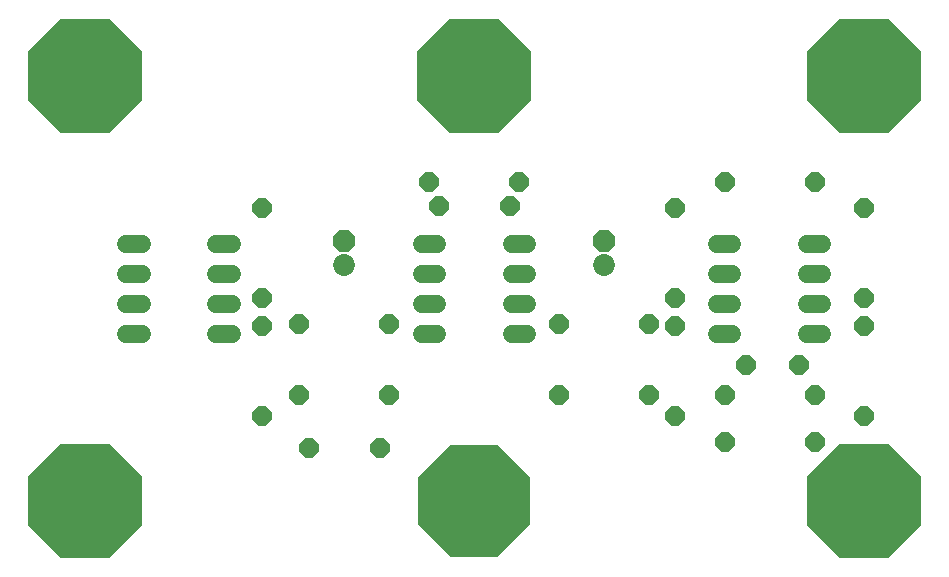
<source format=gbr>
G75*
%MOIN*%
%OFA0B0*%
%FSLAX25Y25*%
%IPPOS*%
%LPD*%
%AMOC8*
5,1,8,0,0,1.08239X$1,22.5*
%
%ADD10OC8,0.07296*%
%ADD11C,0.07296*%
%ADD12C,0.06000*%
%ADD13OC8,0.06400*%
%ADD14OC8,0.38202*%
%ADD15OC8,0.37414*%
D10*
X0120710Y0120773D03*
X0207324Y0120773D03*
D11*
X0207324Y0112773D03*
X0120710Y0112773D03*
D12*
X0146417Y0109962D02*
X0151617Y0109962D01*
X0151617Y0119962D02*
X0146417Y0119962D01*
X0146417Y0099962D02*
X0151617Y0099962D01*
X0151617Y0089962D02*
X0146417Y0089962D01*
X0176417Y0089962D02*
X0181617Y0089962D01*
X0181617Y0099962D02*
X0176417Y0099962D01*
X0176417Y0109962D02*
X0181617Y0109962D01*
X0181617Y0119962D02*
X0176417Y0119962D01*
X0244843Y0119962D02*
X0250043Y0119962D01*
X0250043Y0109962D02*
X0244843Y0109962D01*
X0244843Y0099962D02*
X0250043Y0099962D01*
X0250043Y0089962D02*
X0244843Y0089962D01*
X0274843Y0089962D02*
X0280043Y0089962D01*
X0280043Y0099962D02*
X0274843Y0099962D01*
X0274843Y0109962D02*
X0280043Y0109962D01*
X0280043Y0119962D02*
X0274843Y0119962D01*
X0083192Y0119962D02*
X0077992Y0119962D01*
X0077992Y0109962D02*
X0083192Y0109962D01*
X0083192Y0099962D02*
X0077992Y0099962D01*
X0077992Y0089962D02*
X0083192Y0089962D01*
X0053192Y0089962D02*
X0047992Y0089962D01*
X0047992Y0099962D02*
X0053192Y0099962D01*
X0053192Y0109962D02*
X0047992Y0109962D01*
X0047992Y0119962D02*
X0053192Y0119962D01*
D13*
X0093151Y0131773D03*
X0093151Y0101773D03*
X0093151Y0092403D03*
X0105710Y0093151D03*
X0135710Y0093151D03*
X0135710Y0069529D03*
X0132521Y0051813D03*
X0108899Y0051813D03*
X0093151Y0062403D03*
X0105710Y0069529D03*
X0192324Y0069529D03*
X0222324Y0069529D03*
X0230946Y0062403D03*
X0247443Y0069529D03*
X0254569Y0079372D03*
X0272285Y0079372D03*
X0277443Y0069529D03*
X0293939Y0062403D03*
X0277443Y0053781D03*
X0247443Y0053781D03*
X0230946Y0092403D03*
X0222324Y0093151D03*
X0230946Y0101773D03*
X0192324Y0093151D03*
X0230946Y0131773D03*
X0247443Y0140395D03*
X0277443Y0140395D03*
X0293939Y0131773D03*
X0293939Y0101773D03*
X0293939Y0092403D03*
X0179017Y0140395D03*
X0175828Y0132521D03*
X0152206Y0132521D03*
X0149017Y0140395D03*
D14*
X0034096Y0034096D03*
X0034096Y0175828D03*
X0164017Y0175828D03*
X0293939Y0175828D03*
X0293939Y0034096D03*
D15*
X0164017Y0034096D03*
M02*

</source>
